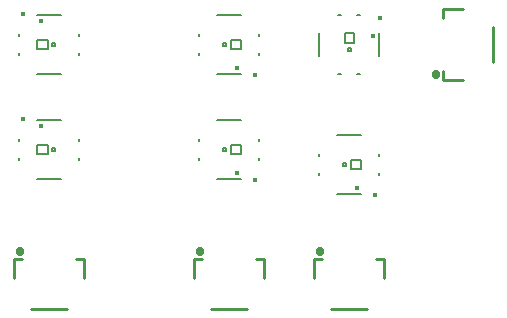
<source format=gto>
G75*
%MOIN*%
%OFA0B0*%
%FSLAX25Y25*%
%IPPOS*%
%LPD*%
%AMOC8*
5,1,8,0,0,1.08239X$1,22.5*
%
%ADD10C,0.01000*%
%ADD11C,0.01575*%
%ADD12C,0.01761*%
%ADD13C,0.00800*%
D10*
X0406522Y0013526D02*
X0406522Y0020022D01*
X0409475Y0020022D01*
X0427192Y0020022D02*
X0430144Y0020022D01*
X0430144Y0013526D01*
X0424239Y0003290D02*
X0412428Y0003290D01*
X0466522Y0013526D02*
X0466522Y0020022D01*
X0469475Y0020022D01*
X0487192Y0020022D02*
X0490144Y0020022D01*
X0490144Y0013526D01*
X0506522Y0013526D02*
X0506522Y0020022D01*
X0509475Y0020022D01*
X0527192Y0020022D02*
X0530144Y0020022D01*
X0530144Y0013526D01*
X0524239Y0003290D02*
X0512428Y0003290D01*
X0484239Y0003290D02*
X0472428Y0003290D01*
X0549711Y0079589D02*
X0549711Y0082542D01*
X0549711Y0079589D02*
X0556207Y0079589D01*
X0566444Y0085494D02*
X0566444Y0097306D01*
X0549711Y0100258D02*
X0549711Y0103211D01*
X0556207Y0103211D01*
D11*
X0546595Y0081557D02*
X0546597Y0081604D01*
X0546603Y0081650D01*
X0546612Y0081696D01*
X0546626Y0081740D01*
X0546643Y0081784D01*
X0546664Y0081825D01*
X0546688Y0081865D01*
X0546715Y0081903D01*
X0546746Y0081938D01*
X0546779Y0081971D01*
X0546815Y0082001D01*
X0546854Y0082027D01*
X0546894Y0082051D01*
X0546936Y0082070D01*
X0546980Y0082087D01*
X0547025Y0082099D01*
X0547071Y0082108D01*
X0547117Y0082113D01*
X0547164Y0082114D01*
X0547210Y0082111D01*
X0547256Y0082104D01*
X0547302Y0082093D01*
X0547346Y0082079D01*
X0547389Y0082061D01*
X0547430Y0082039D01*
X0547470Y0082014D01*
X0547507Y0081986D01*
X0547542Y0081955D01*
X0547574Y0081921D01*
X0547603Y0081884D01*
X0547628Y0081846D01*
X0547651Y0081805D01*
X0547670Y0081762D01*
X0547685Y0081718D01*
X0547697Y0081673D01*
X0547705Y0081627D01*
X0547709Y0081580D01*
X0547709Y0081534D01*
X0547705Y0081487D01*
X0547697Y0081441D01*
X0547685Y0081396D01*
X0547670Y0081352D01*
X0547651Y0081309D01*
X0547628Y0081268D01*
X0547603Y0081230D01*
X0547574Y0081193D01*
X0547542Y0081159D01*
X0547507Y0081128D01*
X0547470Y0081100D01*
X0547431Y0081075D01*
X0547389Y0081053D01*
X0547346Y0081035D01*
X0547302Y0081021D01*
X0547256Y0081010D01*
X0547210Y0081003D01*
X0547164Y0081000D01*
X0547117Y0081001D01*
X0547071Y0081006D01*
X0547025Y0081015D01*
X0546980Y0081027D01*
X0546936Y0081044D01*
X0546894Y0081063D01*
X0546854Y0081087D01*
X0546815Y0081113D01*
X0546779Y0081143D01*
X0546746Y0081176D01*
X0546715Y0081211D01*
X0546688Y0081249D01*
X0546664Y0081289D01*
X0546643Y0081330D01*
X0546626Y0081374D01*
X0546612Y0081418D01*
X0546603Y0081464D01*
X0546597Y0081510D01*
X0546595Y0081557D01*
X0507934Y0022581D02*
X0507936Y0022628D01*
X0507942Y0022674D01*
X0507951Y0022720D01*
X0507965Y0022764D01*
X0507982Y0022808D01*
X0508003Y0022849D01*
X0508027Y0022889D01*
X0508054Y0022927D01*
X0508085Y0022962D01*
X0508118Y0022995D01*
X0508154Y0023025D01*
X0508193Y0023051D01*
X0508233Y0023075D01*
X0508275Y0023094D01*
X0508319Y0023111D01*
X0508364Y0023123D01*
X0508410Y0023132D01*
X0508456Y0023137D01*
X0508503Y0023138D01*
X0508549Y0023135D01*
X0508595Y0023128D01*
X0508641Y0023117D01*
X0508685Y0023103D01*
X0508728Y0023085D01*
X0508769Y0023063D01*
X0508809Y0023038D01*
X0508846Y0023010D01*
X0508881Y0022979D01*
X0508913Y0022945D01*
X0508942Y0022908D01*
X0508967Y0022870D01*
X0508990Y0022829D01*
X0509009Y0022786D01*
X0509024Y0022742D01*
X0509036Y0022697D01*
X0509044Y0022651D01*
X0509048Y0022604D01*
X0509048Y0022558D01*
X0509044Y0022511D01*
X0509036Y0022465D01*
X0509024Y0022420D01*
X0509009Y0022376D01*
X0508990Y0022333D01*
X0508967Y0022292D01*
X0508942Y0022254D01*
X0508913Y0022217D01*
X0508881Y0022183D01*
X0508846Y0022152D01*
X0508809Y0022124D01*
X0508770Y0022099D01*
X0508728Y0022077D01*
X0508685Y0022059D01*
X0508641Y0022045D01*
X0508595Y0022034D01*
X0508549Y0022027D01*
X0508503Y0022024D01*
X0508456Y0022025D01*
X0508410Y0022030D01*
X0508364Y0022039D01*
X0508319Y0022051D01*
X0508275Y0022068D01*
X0508233Y0022087D01*
X0508193Y0022111D01*
X0508154Y0022137D01*
X0508118Y0022167D01*
X0508085Y0022200D01*
X0508054Y0022235D01*
X0508027Y0022273D01*
X0508003Y0022313D01*
X0507982Y0022354D01*
X0507965Y0022398D01*
X0507951Y0022442D01*
X0507942Y0022488D01*
X0507936Y0022534D01*
X0507934Y0022581D01*
X0467934Y0022581D02*
X0467936Y0022628D01*
X0467942Y0022674D01*
X0467951Y0022720D01*
X0467965Y0022764D01*
X0467982Y0022808D01*
X0468003Y0022849D01*
X0468027Y0022889D01*
X0468054Y0022927D01*
X0468085Y0022962D01*
X0468118Y0022995D01*
X0468154Y0023025D01*
X0468193Y0023051D01*
X0468233Y0023075D01*
X0468275Y0023094D01*
X0468319Y0023111D01*
X0468364Y0023123D01*
X0468410Y0023132D01*
X0468456Y0023137D01*
X0468503Y0023138D01*
X0468549Y0023135D01*
X0468595Y0023128D01*
X0468641Y0023117D01*
X0468685Y0023103D01*
X0468728Y0023085D01*
X0468769Y0023063D01*
X0468809Y0023038D01*
X0468846Y0023010D01*
X0468881Y0022979D01*
X0468913Y0022945D01*
X0468942Y0022908D01*
X0468967Y0022870D01*
X0468990Y0022829D01*
X0469009Y0022786D01*
X0469024Y0022742D01*
X0469036Y0022697D01*
X0469044Y0022651D01*
X0469048Y0022604D01*
X0469048Y0022558D01*
X0469044Y0022511D01*
X0469036Y0022465D01*
X0469024Y0022420D01*
X0469009Y0022376D01*
X0468990Y0022333D01*
X0468967Y0022292D01*
X0468942Y0022254D01*
X0468913Y0022217D01*
X0468881Y0022183D01*
X0468846Y0022152D01*
X0468809Y0022124D01*
X0468770Y0022099D01*
X0468728Y0022077D01*
X0468685Y0022059D01*
X0468641Y0022045D01*
X0468595Y0022034D01*
X0468549Y0022027D01*
X0468503Y0022024D01*
X0468456Y0022025D01*
X0468410Y0022030D01*
X0468364Y0022039D01*
X0468319Y0022051D01*
X0468275Y0022068D01*
X0468233Y0022087D01*
X0468193Y0022111D01*
X0468154Y0022137D01*
X0468118Y0022167D01*
X0468085Y0022200D01*
X0468054Y0022235D01*
X0468027Y0022273D01*
X0468003Y0022313D01*
X0467982Y0022354D01*
X0467965Y0022398D01*
X0467951Y0022442D01*
X0467942Y0022488D01*
X0467936Y0022534D01*
X0467934Y0022581D01*
X0407934Y0022581D02*
X0407936Y0022628D01*
X0407942Y0022674D01*
X0407951Y0022720D01*
X0407965Y0022764D01*
X0407982Y0022808D01*
X0408003Y0022849D01*
X0408027Y0022889D01*
X0408054Y0022927D01*
X0408085Y0022962D01*
X0408118Y0022995D01*
X0408154Y0023025D01*
X0408193Y0023051D01*
X0408233Y0023075D01*
X0408275Y0023094D01*
X0408319Y0023111D01*
X0408364Y0023123D01*
X0408410Y0023132D01*
X0408456Y0023137D01*
X0408503Y0023138D01*
X0408549Y0023135D01*
X0408595Y0023128D01*
X0408641Y0023117D01*
X0408685Y0023103D01*
X0408728Y0023085D01*
X0408769Y0023063D01*
X0408809Y0023038D01*
X0408846Y0023010D01*
X0408881Y0022979D01*
X0408913Y0022945D01*
X0408942Y0022908D01*
X0408967Y0022870D01*
X0408990Y0022829D01*
X0409009Y0022786D01*
X0409024Y0022742D01*
X0409036Y0022697D01*
X0409044Y0022651D01*
X0409048Y0022604D01*
X0409048Y0022558D01*
X0409044Y0022511D01*
X0409036Y0022465D01*
X0409024Y0022420D01*
X0409009Y0022376D01*
X0408990Y0022333D01*
X0408967Y0022292D01*
X0408942Y0022254D01*
X0408913Y0022217D01*
X0408881Y0022183D01*
X0408846Y0022152D01*
X0408809Y0022124D01*
X0408770Y0022099D01*
X0408728Y0022077D01*
X0408685Y0022059D01*
X0408641Y0022045D01*
X0408595Y0022034D01*
X0408549Y0022027D01*
X0408503Y0022024D01*
X0408456Y0022025D01*
X0408410Y0022030D01*
X0408364Y0022039D01*
X0408319Y0022051D01*
X0408275Y0022068D01*
X0408233Y0022087D01*
X0408193Y0022111D01*
X0408154Y0022137D01*
X0408118Y0022167D01*
X0408085Y0022200D01*
X0408054Y0022235D01*
X0408027Y0022273D01*
X0408003Y0022313D01*
X0407982Y0022354D01*
X0407965Y0022398D01*
X0407951Y0022442D01*
X0407942Y0022488D01*
X0407936Y0022534D01*
X0407934Y0022581D01*
D12*
X0487089Y0046126D03*
X0481089Y0048526D03*
X0521089Y0043526D03*
X0527089Y0041126D03*
X0415577Y0064274D03*
X0409577Y0066674D03*
X0481089Y0083526D03*
X0487089Y0081126D03*
X0526207Y0094156D03*
X0528607Y0100156D03*
X0415577Y0099274D03*
X0409577Y0101674D03*
D13*
X0414396Y0101243D02*
X0422270Y0101243D01*
X0428176Y0094943D02*
X0428176Y0094156D01*
X0420333Y0091900D02*
X0420333Y0090900D01*
X0419333Y0090900D01*
X0419333Y0091900D01*
X0420333Y0091900D01*
X0417833Y0092900D02*
X0417833Y0089900D01*
X0414333Y0089900D01*
X0414333Y0092900D01*
X0417833Y0092900D01*
X0408491Y0094156D02*
X0408491Y0094943D01*
X0408491Y0088644D02*
X0408491Y0087857D01*
X0414396Y0081557D02*
X0422270Y0081557D01*
X0428176Y0087857D02*
X0428176Y0088644D01*
X0468491Y0088644D02*
X0468491Y0087857D01*
X0476333Y0090900D02*
X0476333Y0091900D01*
X0477333Y0091900D01*
X0477333Y0090900D01*
X0476333Y0090900D01*
X0478833Y0089900D02*
X0478833Y0092900D01*
X0482333Y0092900D01*
X0482333Y0089900D01*
X0478833Y0089900D01*
X0488176Y0088644D02*
X0488176Y0087857D01*
X0488176Y0094156D02*
X0488176Y0094943D01*
X0468491Y0094943D02*
X0468491Y0094156D01*
X0474396Y0101243D02*
X0482270Y0101243D01*
X0508491Y0095337D02*
X0508491Y0087463D01*
X0517833Y0089400D02*
X0517833Y0090400D01*
X0518833Y0090400D01*
X0518833Y0089400D01*
X0517833Y0089400D01*
X0516833Y0091900D02*
X0516833Y0095400D01*
X0519833Y0095400D01*
X0519833Y0091900D01*
X0516833Y0091900D01*
X0528176Y0095337D02*
X0528176Y0087463D01*
X0521877Y0081557D02*
X0521089Y0081557D01*
X0515577Y0081557D02*
X0514790Y0081557D01*
X0482270Y0081557D02*
X0474396Y0081557D01*
X0474396Y0066243D02*
X0482270Y0066243D01*
X0488176Y0059943D02*
X0488176Y0059156D01*
X0482333Y0057900D02*
X0478833Y0057900D01*
X0478833Y0054900D01*
X0482333Y0054900D01*
X0482333Y0057900D01*
X0477333Y0056900D02*
X0477333Y0055900D01*
X0476333Y0055900D01*
X0476333Y0056900D01*
X0477333Y0056900D01*
X0468491Y0059156D02*
X0468491Y0059943D01*
X0468491Y0053644D02*
X0468491Y0052857D01*
X0488176Y0052857D02*
X0488176Y0053644D01*
X0508491Y0054156D02*
X0508491Y0054943D01*
X0516333Y0051900D02*
X0517333Y0051900D01*
X0517333Y0050900D01*
X0516333Y0050900D01*
X0516333Y0051900D01*
X0518833Y0052900D02*
X0522333Y0052900D01*
X0522333Y0049900D01*
X0518833Y0049900D01*
X0518833Y0052900D01*
X0528176Y0054156D02*
X0528176Y0054943D01*
X0522270Y0061243D02*
X0514396Y0061243D01*
X0508491Y0048644D02*
X0508491Y0047857D01*
X0528176Y0047857D02*
X0528176Y0048644D01*
X0522270Y0041557D02*
X0514396Y0041557D01*
X0482270Y0046557D02*
X0474396Y0046557D01*
X0428176Y0052857D02*
X0428176Y0053644D01*
X0420333Y0055900D02*
X0420333Y0056900D01*
X0419333Y0056900D01*
X0419333Y0055900D01*
X0420333Y0055900D01*
X0417833Y0054900D02*
X0414333Y0054900D01*
X0414333Y0057900D01*
X0417833Y0057900D01*
X0417833Y0054900D01*
X0408491Y0053644D02*
X0408491Y0052857D01*
X0408491Y0059156D02*
X0408491Y0059943D01*
X0414396Y0066243D02*
X0422270Y0066243D01*
X0428176Y0059943D02*
X0428176Y0059156D01*
X0422270Y0046557D02*
X0414396Y0046557D01*
X0514790Y0101243D02*
X0515577Y0101243D01*
X0521089Y0101243D02*
X0521877Y0101243D01*
M02*

</source>
